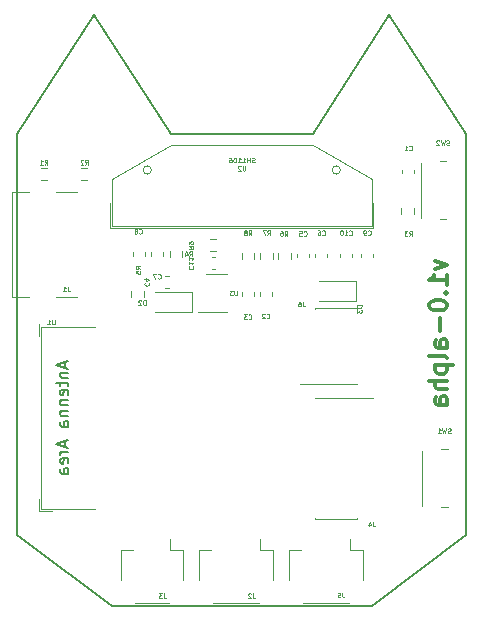
<source format=gbr>
%TF.GenerationSoftware,KiCad,Pcbnew,5.1.5+dfsg1-2build2*%
%TF.CreationDate,2022-05-20T22:28:17-07:00*%
%TF.ProjectId,v1.0-RubberNugget,76312e30-2d52-4756-9262-65724e756767,rev?*%
%TF.SameCoordinates,Original*%
%TF.FileFunction,Legend,Bot*%
%TF.FilePolarity,Positive*%
%FSLAX46Y46*%
G04 Gerber Fmt 4.6, Leading zero omitted, Abs format (unit mm)*
G04 Created by KiCad (PCBNEW 5.1.5+dfsg1-2build2) date 2022-05-20 22:28:17*
%MOMM*%
%LPD*%
G04 APERTURE LIST*
%ADD10C,0.300000*%
%TA.AperFunction,Profile*%
%ADD11C,0.200000*%
%TD*%
%ADD12C,0.100000*%
%ADD13C,0.120000*%
%ADD14C,0.060000*%
%ADD15C,0.150000*%
G04 APERTURE END LIST*
D10*
X16379071Y6242071D02*
X17379071Y5884928D01*
X16379071Y5527785D01*
X17379071Y4170642D02*
X17379071Y5027785D01*
X17379071Y4599214D02*
X15879071Y4599214D01*
X16093357Y4742071D01*
X16236214Y4884928D01*
X16307642Y5027785D01*
X17236214Y3527785D02*
X17307642Y3456357D01*
X17379071Y3527785D01*
X17307642Y3599214D01*
X17236214Y3527785D01*
X17379071Y3527785D01*
X15879071Y2527785D02*
X15879071Y2384928D01*
X15950500Y2242071D01*
X16021928Y2170642D01*
X16164785Y2099214D01*
X16450500Y2027785D01*
X16807642Y2027785D01*
X17093357Y2099214D01*
X17236214Y2170642D01*
X17307642Y2242071D01*
X17379071Y2384928D01*
X17379071Y2527785D01*
X17307642Y2670642D01*
X17236214Y2742071D01*
X17093357Y2813500D01*
X16807642Y2884928D01*
X16450500Y2884928D01*
X16164785Y2813500D01*
X16021928Y2742071D01*
X15950500Y2670642D01*
X15879071Y2527785D01*
X16807642Y1384928D02*
X16807642Y242071D01*
X17379071Y-1115071D02*
X16593357Y-1115071D01*
X16450500Y-1043642D01*
X16379071Y-900785D01*
X16379071Y-615071D01*
X16450500Y-472214D01*
X17307642Y-1115071D02*
X17379071Y-972214D01*
X17379071Y-615071D01*
X17307642Y-472214D01*
X17164785Y-400785D01*
X17021928Y-400785D01*
X16879071Y-472214D01*
X16807642Y-615071D01*
X16807642Y-972214D01*
X16736214Y-1115071D01*
X17379071Y-2043642D02*
X17307642Y-1900785D01*
X17164785Y-1829357D01*
X15879071Y-1829357D01*
X16379071Y-2615071D02*
X17879071Y-2615071D01*
X16450500Y-2615071D02*
X16379071Y-2757928D01*
X16379071Y-3043642D01*
X16450500Y-3186500D01*
X16521928Y-3257928D01*
X16664785Y-3329357D01*
X17093357Y-3329357D01*
X17236214Y-3257928D01*
X17307642Y-3186500D01*
X17379071Y-3043642D01*
X17379071Y-2757928D01*
X17307642Y-2615071D01*
X17379071Y-3972214D02*
X15879071Y-3972214D01*
X17379071Y-4615071D02*
X16593357Y-4615071D01*
X16450500Y-4543642D01*
X16379071Y-4400785D01*
X16379071Y-4186500D01*
X16450500Y-4043642D01*
X16521928Y-3972214D01*
X17379071Y-5972214D02*
X16593357Y-5972214D01*
X16450500Y-5900785D01*
X16379071Y-5757928D01*
X16379071Y-5472214D01*
X16450500Y-5329357D01*
X17307642Y-5972214D02*
X17379071Y-5829357D01*
X17379071Y-5472214D01*
X17307642Y-5329357D01*
X17164785Y-5257928D01*
X17021928Y-5257928D01*
X16879071Y-5329357D01*
X16807642Y-5472214D01*
X16807642Y-5829357D01*
X16736214Y-5972214D01*
D11*
X-19000000Y-17000000D02*
X-19000000Y17000000D01*
X-11000000Y-23000000D02*
X-19000000Y-17000000D01*
X11000000Y-23000000D02*
X-11000000Y-23000000D01*
X19000000Y-17000000D02*
X11000000Y-23000000D01*
X19000000Y17000000D02*
X19000000Y-17000000D01*
X12500000Y27000000D02*
X19000000Y17000000D01*
X6000000Y17000000D02*
X12500000Y27000000D01*
X-6000000Y17000000D02*
X6000000Y17000000D01*
X-12500000Y27000000D02*
X-6000000Y17000000D01*
X-19000000Y17000000D02*
X-12500000Y27000000D01*
D12*
%TO.C,U2*%
X-7650000Y13910000D02*
G75*
G03X-7650000Y13910000I-350000J0D01*
G01*
X8350000Y13910000D02*
G75*
G03X8350000Y13910000I-350000J0D01*
G01*
D13*
X-11150000Y9010000D02*
X-11150000Y11160000D01*
X11150000Y9010000D02*
X-11150000Y9010000D01*
X11150000Y11160000D02*
X11150000Y9010000D01*
D12*
X6000000Y16047000D02*
X-6000000Y16047000D01*
X-11000000Y13160000D02*
X-6000000Y16047000D01*
X-11000000Y9160000D02*
X-11000000Y13160000D01*
X11000000Y9160000D02*
X-11000000Y9160000D01*
X11000000Y13160000D02*
X6000000Y16047000D01*
X11000000Y9160000D02*
X11000000Y13160000D01*
D13*
%TO.C,C2*%
X2542000Y3575267D02*
X2542000Y3282733D01*
X1522000Y3575267D02*
X1522000Y3282733D01*
%TO.C,J3*%
X-6180000Y-22751000D02*
X-9060000Y-22751000D01*
X-10230000Y-18281000D02*
X-9180000Y-18281000D01*
X-10230000Y-20781000D02*
X-10230000Y-18281000D01*
X-6060000Y-18281000D02*
X-6060000Y-17291000D01*
X-5010000Y-18281000D02*
X-6060000Y-18281000D01*
X-5010000Y-20781000D02*
X-5010000Y-18281000D01*
%TO.C,U1*%
X-17149000Y888000D02*
X-17149000Y-162000D01*
X-17149000Y-14962000D02*
X-16099000Y-14962000D01*
X-17149000Y-13912000D02*
X-17149000Y-14962000D01*
X-16999000Y588000D02*
X-16999000Y-14812000D01*
X-16999000Y588000D02*
X-12399000Y588000D01*
X-16999000Y-14812000D02*
X-12399000Y-14812000D01*
%TO.C,J6*%
X6235000Y-4235000D02*
X9765000Y-4235000D01*
X6235000Y2235000D02*
X9765000Y2235000D01*
X4910000Y-4170000D02*
X6235000Y-4170000D01*
X6235000Y-4235000D02*
X6235000Y-4170000D01*
X9765000Y-4235000D02*
X9765000Y-4170000D01*
X6235000Y2170000D02*
X6235000Y2235000D01*
X9765000Y2170000D02*
X9765000Y2235000D01*
%TO.C,J5*%
X9052000Y-22751000D02*
X5172000Y-22751000D01*
X4002000Y-18281000D02*
X5052000Y-18281000D01*
X4002000Y-20781000D02*
X4002000Y-18281000D01*
X9172000Y-18281000D02*
X9172000Y-17291000D01*
X10222000Y-18281000D02*
X9172000Y-18281000D01*
X10222000Y-20781000D02*
X10222000Y-18281000D01*
%TO.C,J4*%
X6235000Y-15575000D02*
X6235000Y-15640000D01*
X9765000Y-15575000D02*
X9765000Y-15640000D01*
X6235000Y-5360000D02*
X6235000Y-5425000D01*
X9765000Y-5360000D02*
X9765000Y-5425000D01*
X11090000Y-5425000D02*
X9765000Y-5425000D01*
X9765000Y-15640000D02*
X6235000Y-15640000D01*
X9765000Y-5360000D02*
X6235000Y-5360000D01*
%TO.C,D2*%
X-4196000Y3580500D02*
X-7346000Y3580500D01*
X-4196000Y1880500D02*
X-7346000Y1880500D01*
X-4196000Y3580500D02*
X-4196000Y1880500D01*
%TO.C,R5*%
X-9349000Y3174276D02*
X-9349000Y3683724D01*
X-8304000Y3174276D02*
X-8304000Y3683724D01*
%TO.C,C1*%
X13523500Y13633233D02*
X13523500Y13925767D01*
X14543500Y13633233D02*
X14543500Y13925767D01*
%TO.C,R3*%
X13511000Y10222776D02*
X13511000Y10732224D01*
X14556000Y10222776D02*
X14556000Y10732224D01*
%TO.C,J1*%
X-13935000Y3150000D02*
X-15735000Y3150000D01*
X-19445000Y3150000D02*
X-17985000Y3150000D01*
X-19445000Y12090000D02*
X-17985000Y12090000D01*
X-13935000Y12090000D02*
X-15735000Y12090000D01*
X-19445000Y12090000D02*
X-19445000Y3150000D01*
%TO.C,U3*%
X-1259000Y1882500D02*
X-3709000Y1882500D01*
X-3059000Y5102500D02*
X-1259000Y5102500D01*
%TO.C,D3*%
X9710500Y4533000D02*
X9710500Y2833000D01*
X9710500Y2833000D02*
X6560500Y2833000D01*
X9710500Y4533000D02*
X6560500Y4533000D01*
%TO.C,J2*%
X1432000Y-22751000D02*
X-2448000Y-22751000D01*
X-3618000Y-18281000D02*
X-2568000Y-18281000D01*
X-3618000Y-20781000D02*
X-3618000Y-18281000D01*
X1552000Y-18281000D02*
X1552000Y-17291000D01*
X2602000Y-18281000D02*
X1552000Y-18281000D01*
X2602000Y-20781000D02*
X2602000Y-18281000D01*
%TO.C,SW2*%
X18868000Y10767000D02*
X18868000Y9842000D01*
X16743000Y14642000D02*
X17293000Y14642000D01*
X16743000Y9742000D02*
X17293000Y9742000D01*
X15168000Y14542000D02*
X15168000Y9842000D01*
X18868000Y14542000D02*
X18868000Y13617000D01*
%TO.C,SW1*%
X18995000Y-13617000D02*
X18995000Y-14542000D01*
X16870000Y-9742000D02*
X17420000Y-9742000D01*
X16870000Y-14642000D02*
X17420000Y-14642000D01*
X15295000Y-9842000D02*
X15295000Y-14542000D01*
X18995000Y-9842000D02*
X18995000Y-10767000D01*
%TO.C,R2*%
X-13589724Y14111500D02*
X-13080276Y14111500D01*
X-13589724Y13066500D02*
X-13080276Y13066500D01*
%TO.C,R1*%
X-17018724Y14111500D02*
X-16509276Y14111500D01*
X-17018724Y13066500D02*
X-16509276Y13066500D01*
%TO.C,R9*%
X-2667724Y7034000D02*
X-2158276Y7034000D01*
X-2667724Y8079000D02*
X-2158276Y8079000D01*
%TO.C,C7*%
X-7685500Y6648233D02*
X-7685500Y6940767D01*
X-6665500Y6648233D02*
X-6665500Y6940767D01*
%TO.C,R4*%
X-6110500Y7049224D02*
X-6110500Y6539776D01*
X-5065500Y7049224D02*
X-5065500Y6539776D01*
%TO.C,C4*%
X-6496267Y4955000D02*
X-6203733Y4955000D01*
X-6496267Y3935000D02*
X-6203733Y3935000D01*
%TO.C,C10*%
X8316500Y6813767D02*
X8316500Y6521233D01*
X9336500Y6813767D02*
X9336500Y6521233D01*
%TO.C,C9*%
X11114500Y6813767D02*
X11114500Y6521233D01*
X10094500Y6813767D02*
X10094500Y6521233D01*
%TO.C,C5*%
X5717000Y6813767D02*
X5717000Y6521233D01*
X4697000Y6813767D02*
X4697000Y6521233D01*
%TO.C,C11*%
X-2559267Y6542500D02*
X-2266733Y6542500D01*
X-2559267Y5522500D02*
X-2266733Y5522500D01*
%TO.C,C6*%
X6221000Y6813767D02*
X6221000Y6521233D01*
X7241000Y6813767D02*
X7241000Y6521233D01*
%TO.C,C3*%
X1018000Y3575267D02*
X1018000Y3282733D01*
X-2000Y3575267D02*
X-2000Y3282733D01*
%TO.C,R6*%
X4142000Y6922224D02*
X4142000Y6412776D01*
X3097000Y6922224D02*
X3097000Y6412776D01*
%TO.C,R7*%
X1560300Y6412776D02*
X1560300Y6922224D01*
X2605300Y6412776D02*
X2605300Y6922224D01*
%TO.C,R8*%
X1030500Y6412776D02*
X1030500Y6922224D01*
X-14500Y6412776D02*
X-14500Y6922224D01*
%TO.C,C8*%
X-9222200Y6648233D02*
X-9222200Y6940767D01*
X-8202200Y6648233D02*
X-8202200Y6940767D01*
%TD*%
%TO.C,U2*%
D14*
X304761Y14252547D02*
X304761Y13928738D01*
X285714Y13890642D01*
X266666Y13871595D01*
X228571Y13852547D01*
X152380Y13852547D01*
X114285Y13871595D01*
X95238Y13890642D01*
X76190Y13928738D01*
X76190Y14252547D01*
X-95238Y14214452D02*
X-114285Y14233500D01*
X-152380Y14252547D01*
X-247619Y14252547D01*
X-285714Y14233500D01*
X-304761Y14214452D01*
X-323809Y14176357D01*
X-323809Y14138261D01*
X-304761Y14081119D01*
X-76190Y13852547D01*
X-323809Y13852547D01*
X1085714Y14570095D02*
X1028571Y14551047D01*
X933333Y14551047D01*
X895238Y14570095D01*
X876190Y14589142D01*
X857142Y14627238D01*
X857142Y14665333D01*
X876190Y14703428D01*
X895238Y14722476D01*
X933333Y14741523D01*
X1009523Y14760571D01*
X1047619Y14779619D01*
X1066666Y14798666D01*
X1085714Y14836761D01*
X1085714Y14874857D01*
X1066666Y14912952D01*
X1047619Y14932000D01*
X1009523Y14951047D01*
X914285Y14951047D01*
X857142Y14932000D01*
X685714Y14551047D02*
X685714Y14951047D01*
X685714Y14760571D02*
X457142Y14760571D01*
X457142Y14551047D02*
X457142Y14951047D01*
X57142Y14551047D02*
X285714Y14551047D01*
X171428Y14551047D02*
X171428Y14951047D01*
X209523Y14893904D01*
X247619Y14855809D01*
X285714Y14836761D01*
X-323809Y14551047D02*
X-95238Y14551047D01*
X-209523Y14551047D02*
X-209523Y14951047D01*
X-171428Y14893904D01*
X-133333Y14855809D01*
X-95238Y14836761D01*
X-571428Y14951047D02*
X-609523Y14951047D01*
X-647619Y14932000D01*
X-666666Y14912952D01*
X-685714Y14874857D01*
X-704761Y14798666D01*
X-704761Y14703428D01*
X-685714Y14627238D01*
X-666666Y14589142D01*
X-647619Y14570095D01*
X-609523Y14551047D01*
X-571428Y14551047D01*
X-533333Y14570095D01*
X-514285Y14589142D01*
X-495238Y14627238D01*
X-476190Y14703428D01*
X-476190Y14798666D01*
X-495238Y14874857D01*
X-514285Y14912952D01*
X-533333Y14932000D01*
X-571428Y14951047D01*
X-1047619Y14951047D02*
X-971428Y14951047D01*
X-933333Y14932000D01*
X-914285Y14912952D01*
X-876190Y14855809D01*
X-857142Y14779619D01*
X-857142Y14627238D01*
X-876190Y14589142D01*
X-895238Y14570095D01*
X-933333Y14551047D01*
X-1009523Y14551047D01*
X-1047619Y14570095D01*
X-1066666Y14589142D01*
X-1085714Y14627238D01*
X-1085714Y14722476D01*
X-1066666Y14760571D01*
X-1047619Y14779619D01*
X-1009523Y14798666D01*
X-933333Y14798666D01*
X-895238Y14779619D01*
X-876190Y14760571D01*
X-857142Y14722476D01*
%TO.C,C2*%
X2098666Y1381142D02*
X2117714Y1362095D01*
X2174857Y1343047D01*
X2212952Y1343047D01*
X2270095Y1362095D01*
X2308190Y1400190D01*
X2327238Y1438285D01*
X2346285Y1514476D01*
X2346285Y1571619D01*
X2327238Y1647809D01*
X2308190Y1685904D01*
X2270095Y1724000D01*
X2212952Y1743047D01*
X2174857Y1743047D01*
X2117714Y1724000D01*
X2098666Y1704952D01*
X1946285Y1704952D02*
X1927238Y1724000D01*
X1889142Y1743047D01*
X1793904Y1743047D01*
X1755809Y1724000D01*
X1736761Y1704952D01*
X1717714Y1666857D01*
X1717714Y1628761D01*
X1736761Y1571619D01*
X1965333Y1343047D01*
X1717714Y1343047D01*
%TO.C,J3*%
X-6597666Y-21942452D02*
X-6597666Y-22228166D01*
X-6578619Y-22285309D01*
X-6540523Y-22323404D01*
X-6483380Y-22342452D01*
X-6445285Y-22342452D01*
X-6750047Y-21942452D02*
X-6997666Y-21942452D01*
X-6864333Y-22094833D01*
X-6921476Y-22094833D01*
X-6959571Y-22113880D01*
X-6978619Y-22132928D01*
X-6997666Y-22171023D01*
X-6997666Y-22266261D01*
X-6978619Y-22304357D01*
X-6959571Y-22323404D01*
X-6921476Y-22342452D01*
X-6807190Y-22342452D01*
X-6769095Y-22323404D01*
X-6750047Y-22304357D01*
%TO.C,U1*%
X-15824238Y1235047D02*
X-15824238Y911238D01*
X-15843285Y873142D01*
X-15862333Y854095D01*
X-15900428Y835047D01*
X-15976619Y835047D01*
X-16014714Y854095D01*
X-16033761Y873142D01*
X-16052809Y911238D01*
X-16052809Y1235047D01*
X-16452809Y835047D02*
X-16224238Y835047D01*
X-16338523Y835047D02*
X-16338523Y1235047D01*
X-16300428Y1177904D01*
X-16262333Y1139809D01*
X-16224238Y1120761D01*
D15*
X-14982333Y-2350095D02*
X-14982333Y-2826285D01*
X-14696619Y-2254857D02*
X-15696619Y-2588190D01*
X-14696619Y-2921523D01*
X-15363285Y-3254857D02*
X-14696619Y-3254857D01*
X-15268047Y-3254857D02*
X-15315666Y-3302476D01*
X-15363285Y-3397714D01*
X-15363285Y-3540571D01*
X-15315666Y-3635809D01*
X-15220428Y-3683428D01*
X-14696619Y-3683428D01*
X-15363285Y-4016761D02*
X-15363285Y-4397714D01*
X-15696619Y-4159619D02*
X-14839476Y-4159619D01*
X-14744238Y-4207238D01*
X-14696619Y-4302476D01*
X-14696619Y-4397714D01*
X-14744238Y-5111999D02*
X-14696619Y-5016761D01*
X-14696619Y-4826285D01*
X-14744238Y-4731047D01*
X-14839476Y-4683428D01*
X-15220428Y-4683428D01*
X-15315666Y-4731047D01*
X-15363285Y-4826285D01*
X-15363285Y-5016761D01*
X-15315666Y-5111999D01*
X-15220428Y-5159619D01*
X-15125190Y-5159619D01*
X-15029952Y-4683428D01*
X-15363285Y-5588190D02*
X-14696619Y-5588190D01*
X-15268047Y-5588190D02*
X-15315666Y-5635809D01*
X-15363285Y-5731047D01*
X-15363285Y-5873904D01*
X-15315666Y-5969142D01*
X-15220428Y-6016761D01*
X-14696619Y-6016761D01*
X-15363285Y-6492952D02*
X-14696619Y-6492952D01*
X-15268047Y-6492952D02*
X-15315666Y-6540571D01*
X-15363285Y-6635809D01*
X-15363285Y-6778666D01*
X-15315666Y-6873904D01*
X-15220428Y-6921523D01*
X-14696619Y-6921523D01*
X-14696619Y-7826285D02*
X-15220428Y-7826285D01*
X-15315666Y-7778666D01*
X-15363285Y-7683428D01*
X-15363285Y-7492952D01*
X-15315666Y-7397714D01*
X-14744238Y-7826285D02*
X-14696619Y-7731047D01*
X-14696619Y-7492952D01*
X-14744238Y-7397714D01*
X-14839476Y-7350095D01*
X-14934714Y-7350095D01*
X-15029952Y-7397714D01*
X-15077571Y-7492952D01*
X-15077571Y-7731047D01*
X-15125190Y-7826285D01*
X-14982333Y-9016761D02*
X-14982333Y-9492952D01*
X-14696619Y-8921523D02*
X-15696619Y-9254857D01*
X-14696619Y-9588190D01*
X-14696619Y-9921523D02*
X-15363285Y-9921523D01*
X-15172809Y-9921523D02*
X-15268047Y-9969142D01*
X-15315666Y-10016761D01*
X-15363285Y-10112000D01*
X-15363285Y-10207238D01*
X-14744238Y-10921523D02*
X-14696619Y-10826285D01*
X-14696619Y-10635809D01*
X-14744238Y-10540571D01*
X-14839476Y-10492952D01*
X-15220428Y-10492952D01*
X-15315666Y-10540571D01*
X-15363285Y-10635809D01*
X-15363285Y-10826285D01*
X-15315666Y-10921523D01*
X-15220428Y-10969142D01*
X-15125190Y-10969142D01*
X-15029952Y-10492952D01*
X-14696619Y-11826285D02*
X-15220428Y-11826285D01*
X-15315666Y-11778666D01*
X-15363285Y-11683428D01*
X-15363285Y-11492952D01*
X-15315666Y-11397714D01*
X-14744238Y-11826285D02*
X-14696619Y-11731047D01*
X-14696619Y-11492952D01*
X-14744238Y-11397714D01*
X-14839476Y-11350095D01*
X-14934714Y-11350095D01*
X-15029952Y-11397714D01*
X-15077571Y-11492952D01*
X-15077571Y-11731047D01*
X-15125190Y-11826285D01*
%TO.C,J6*%
D14*
X5167333Y2775047D02*
X5167333Y2489333D01*
X5186380Y2432190D01*
X5224476Y2394095D01*
X5281619Y2375047D01*
X5319714Y2375047D01*
X4805428Y2775047D02*
X4881619Y2775047D01*
X4919714Y2756000D01*
X4938761Y2736952D01*
X4976857Y2679809D01*
X4995904Y2603619D01*
X4995904Y2451238D01*
X4976857Y2413142D01*
X4957809Y2394095D01*
X4919714Y2375047D01*
X4843523Y2375047D01*
X4805428Y2394095D01*
X4786380Y2413142D01*
X4767333Y2451238D01*
X4767333Y2546476D01*
X4786380Y2584571D01*
X4805428Y2603619D01*
X4843523Y2622666D01*
X4919714Y2622666D01*
X4957809Y2603619D01*
X4976857Y2584571D01*
X4995904Y2546476D01*
%TO.C,J5*%
X8515333Y-21878952D02*
X8515333Y-22164666D01*
X8534380Y-22221809D01*
X8572476Y-22259904D01*
X8629619Y-22278952D01*
X8667714Y-22278952D01*
X8134380Y-21878952D02*
X8324857Y-21878952D01*
X8343904Y-22069428D01*
X8324857Y-22050380D01*
X8286761Y-22031333D01*
X8191523Y-22031333D01*
X8153428Y-22050380D01*
X8134380Y-22069428D01*
X8115333Y-22107523D01*
X8115333Y-22202761D01*
X8134380Y-22240857D01*
X8153428Y-22259904D01*
X8191523Y-22278952D01*
X8286761Y-22278952D01*
X8324857Y-22259904D01*
X8343904Y-22240857D01*
%TO.C,J4*%
X11099333Y-15868952D02*
X11099333Y-16154666D01*
X11118380Y-16211809D01*
X11156476Y-16249904D01*
X11213619Y-16268952D01*
X11251714Y-16268952D01*
X10737428Y-16002285D02*
X10737428Y-16268952D01*
X10832666Y-15849904D02*
X10927904Y-16135619D01*
X10680285Y-16135619D01*
%TO.C,D2*%
X-8150261Y2486047D02*
X-8150261Y2886047D01*
X-8245500Y2886047D01*
X-8302642Y2867000D01*
X-8340738Y2828904D01*
X-8359785Y2790809D01*
X-8378833Y2714619D01*
X-8378833Y2657476D01*
X-8359785Y2581285D01*
X-8340738Y2543190D01*
X-8302642Y2505095D01*
X-8245500Y2486047D01*
X-8150261Y2486047D01*
X-8531214Y2847952D02*
X-8550261Y2867000D01*
X-8588357Y2886047D01*
X-8683595Y2886047D01*
X-8721690Y2867000D01*
X-8740738Y2847952D01*
X-8759785Y2809857D01*
X-8759785Y2771761D01*
X-8740738Y2714619D01*
X-8512166Y2486047D01*
X-8759785Y2486047D01*
%TO.C,R5*%
X-8582047Y5527666D02*
X-8772523Y5661000D01*
X-8582047Y5756238D02*
X-8982047Y5756238D01*
X-8982047Y5603857D01*
X-8963000Y5565761D01*
X-8943952Y5546714D01*
X-8905857Y5527666D01*
X-8848714Y5527666D01*
X-8810619Y5546714D01*
X-8791571Y5565761D01*
X-8772523Y5603857D01*
X-8772523Y5756238D01*
X-8982047Y5165761D02*
X-8982047Y5356238D01*
X-8791571Y5375285D01*
X-8810619Y5356238D01*
X-8829666Y5318142D01*
X-8829666Y5222904D01*
X-8810619Y5184809D01*
X-8791571Y5165761D01*
X-8753476Y5146714D01*
X-8658238Y5146714D01*
X-8620142Y5165761D01*
X-8601095Y5184809D01*
X-8582047Y5222904D01*
X-8582047Y5318142D01*
X-8601095Y5356238D01*
X-8620142Y5375285D01*
%TO.C,C1*%
X14163666Y15605142D02*
X14182714Y15586095D01*
X14239857Y15567047D01*
X14277952Y15567047D01*
X14335095Y15586095D01*
X14373190Y15624190D01*
X14392238Y15662285D01*
X14411285Y15738476D01*
X14411285Y15795619D01*
X14392238Y15871809D01*
X14373190Y15909904D01*
X14335095Y15948000D01*
X14277952Y15967047D01*
X14239857Y15967047D01*
X14182714Y15948000D01*
X14163666Y15928952D01*
X13782714Y15567047D02*
X14011285Y15567047D01*
X13897000Y15567047D02*
X13897000Y15967047D01*
X13935095Y15909904D01*
X13973190Y15871809D01*
X14011285Y15852761D01*
%TO.C,R3*%
X14163666Y8328047D02*
X14297000Y8518523D01*
X14392238Y8328047D02*
X14392238Y8728047D01*
X14239857Y8728047D01*
X14201761Y8709000D01*
X14182714Y8689952D01*
X14163666Y8651857D01*
X14163666Y8594714D01*
X14182714Y8556619D01*
X14201761Y8537571D01*
X14239857Y8518523D01*
X14392238Y8518523D01*
X14030333Y8728047D02*
X13782714Y8728047D01*
X13916047Y8575666D01*
X13858904Y8575666D01*
X13820809Y8556619D01*
X13801761Y8537571D01*
X13782714Y8499476D01*
X13782714Y8404238D01*
X13801761Y8366142D01*
X13820809Y8347095D01*
X13858904Y8328047D01*
X13973190Y8328047D01*
X14011285Y8347095D01*
X14030333Y8366142D01*
%TO.C,J1*%
X-14725666Y4029047D02*
X-14725666Y3743333D01*
X-14706619Y3686190D01*
X-14668523Y3648095D01*
X-14611380Y3629047D01*
X-14573285Y3629047D01*
X-15125666Y3629047D02*
X-14897095Y3629047D01*
X-15011380Y3629047D02*
X-15011380Y4029047D01*
X-14973285Y3971904D01*
X-14935190Y3933809D01*
X-14897095Y3914761D01*
%TO.C,U3*%
X-393738Y3709047D02*
X-393738Y3385238D01*
X-412785Y3347142D01*
X-431833Y3328095D01*
X-469928Y3309047D01*
X-546119Y3309047D01*
X-584214Y3328095D01*
X-603261Y3347142D01*
X-622309Y3385238D01*
X-622309Y3709047D01*
X-774690Y3709047D02*
X-1022309Y3709047D01*
X-888976Y3556666D01*
X-946119Y3556666D01*
X-984214Y3537619D01*
X-1003261Y3518571D01*
X-1022309Y3480476D01*
X-1022309Y3385238D01*
X-1003261Y3347142D01*
X-984214Y3328095D01*
X-946119Y3309047D01*
X-831833Y3309047D01*
X-793738Y3328095D01*
X-774690Y3347142D01*
%TO.C,D3*%
X10150452Y2454238D02*
X9750452Y2454238D01*
X9750452Y2359000D01*
X9769500Y2301857D01*
X9807595Y2263761D01*
X9845690Y2244714D01*
X9921880Y2225666D01*
X9979023Y2225666D01*
X10055214Y2244714D01*
X10093309Y2263761D01*
X10131404Y2301857D01*
X10150452Y2359000D01*
X10150452Y2454238D01*
X9750452Y2092333D02*
X9750452Y1844714D01*
X9902833Y1978047D01*
X9902833Y1920904D01*
X9921880Y1882809D01*
X9940928Y1863761D01*
X9979023Y1844714D01*
X10074261Y1844714D01*
X10112357Y1863761D01*
X10131404Y1882809D01*
X10150452Y1920904D01*
X10150452Y2035190D01*
X10131404Y2073285D01*
X10112357Y2092333D01*
%TO.C,J2*%
X958833Y-21942452D02*
X958833Y-22228166D01*
X977880Y-22285309D01*
X1015976Y-22323404D01*
X1073119Y-22342452D01*
X1111214Y-22342452D01*
X787404Y-21980547D02*
X768357Y-21961500D01*
X730261Y-21942452D01*
X635023Y-21942452D01*
X596928Y-21961500D01*
X577880Y-21980547D01*
X558833Y-22018642D01*
X558833Y-22056738D01*
X577880Y-22113880D01*
X806452Y-22342452D01*
X558833Y-22342452D01*
%TO.C,SW2*%
X17551333Y16030595D02*
X17494190Y16011547D01*
X17398952Y16011547D01*
X17360857Y16030595D01*
X17341809Y16049642D01*
X17322761Y16087738D01*
X17322761Y16125833D01*
X17341809Y16163928D01*
X17360857Y16182976D01*
X17398952Y16202023D01*
X17475142Y16221071D01*
X17513238Y16240119D01*
X17532285Y16259166D01*
X17551333Y16297261D01*
X17551333Y16335357D01*
X17532285Y16373452D01*
X17513238Y16392500D01*
X17475142Y16411547D01*
X17379904Y16411547D01*
X17322761Y16392500D01*
X17189428Y16411547D02*
X17094190Y16011547D01*
X17018000Y16297261D01*
X16941809Y16011547D01*
X16846571Y16411547D01*
X16713238Y16373452D02*
X16694190Y16392500D01*
X16656095Y16411547D01*
X16560857Y16411547D01*
X16522761Y16392500D01*
X16503714Y16373452D01*
X16484666Y16335357D01*
X16484666Y16297261D01*
X16503714Y16240119D01*
X16732285Y16011547D01*
X16484666Y16011547D01*
%TO.C,SW1*%
X17678333Y-8353404D02*
X17621190Y-8372452D01*
X17525952Y-8372452D01*
X17487857Y-8353404D01*
X17468809Y-8334357D01*
X17449761Y-8296261D01*
X17449761Y-8258166D01*
X17468809Y-8220071D01*
X17487857Y-8201023D01*
X17525952Y-8181976D01*
X17602142Y-8162928D01*
X17640238Y-8143880D01*
X17659285Y-8124833D01*
X17678333Y-8086738D01*
X17678333Y-8048642D01*
X17659285Y-8010547D01*
X17640238Y-7991500D01*
X17602142Y-7972452D01*
X17506904Y-7972452D01*
X17449761Y-7991500D01*
X17316428Y-7972452D02*
X17221190Y-8372452D01*
X17145000Y-8086738D01*
X17068809Y-8372452D01*
X16973571Y-7972452D01*
X16611666Y-8372452D02*
X16840238Y-8372452D01*
X16725952Y-8372452D02*
X16725952Y-7972452D01*
X16764047Y-8029595D01*
X16802142Y-8067690D01*
X16840238Y-8086738D01*
%TO.C,R2*%
X-13268333Y14360547D02*
X-13135000Y14551023D01*
X-13039761Y14360547D02*
X-13039761Y14760547D01*
X-13192142Y14760547D01*
X-13230238Y14741500D01*
X-13249285Y14722452D01*
X-13268333Y14684357D01*
X-13268333Y14627214D01*
X-13249285Y14589119D01*
X-13230238Y14570071D01*
X-13192142Y14551023D01*
X-13039761Y14551023D01*
X-13420714Y14722452D02*
X-13439761Y14741500D01*
X-13477857Y14760547D01*
X-13573095Y14760547D01*
X-13611190Y14741500D01*
X-13630238Y14722452D01*
X-13649285Y14684357D01*
X-13649285Y14646261D01*
X-13630238Y14589119D01*
X-13401666Y14360547D01*
X-13649285Y14360547D01*
%TO.C,R1*%
X-16697333Y14360547D02*
X-16564000Y14551023D01*
X-16468761Y14360547D02*
X-16468761Y14760547D01*
X-16621142Y14760547D01*
X-16659238Y14741500D01*
X-16678285Y14722452D01*
X-16697333Y14684357D01*
X-16697333Y14627214D01*
X-16678285Y14589119D01*
X-16659238Y14570071D01*
X-16621142Y14551023D01*
X-16468761Y14551023D01*
X-17078285Y14360547D02*
X-16849714Y14360547D01*
X-16964000Y14360547D02*
X-16964000Y14760547D01*
X-16925904Y14703404D01*
X-16887809Y14665309D01*
X-16849714Y14646261D01*
%TO.C,R9*%
X-4498952Y7489833D02*
X-4308476Y7356500D01*
X-4498952Y7261261D02*
X-4098952Y7261261D01*
X-4098952Y7413642D01*
X-4118000Y7451738D01*
X-4137047Y7470785D01*
X-4175142Y7489833D01*
X-4232285Y7489833D01*
X-4270380Y7470785D01*
X-4289428Y7451738D01*
X-4308476Y7413642D01*
X-4308476Y7261261D01*
X-4498952Y7680309D02*
X-4498952Y7756500D01*
X-4479904Y7794595D01*
X-4460857Y7813642D01*
X-4403714Y7851738D01*
X-4327523Y7870785D01*
X-4175142Y7870785D01*
X-4137047Y7851738D01*
X-4118000Y7832690D01*
X-4098952Y7794595D01*
X-4098952Y7718404D01*
X-4118000Y7680309D01*
X-4137047Y7661261D01*
X-4175142Y7642214D01*
X-4270380Y7642214D01*
X-4308476Y7661261D01*
X-4327523Y7680309D01*
X-4346571Y7718404D01*
X-4346571Y7794595D01*
X-4327523Y7832690D01*
X-4308476Y7851738D01*
X-4270380Y7870785D01*
%TO.C,C7*%
X-7108833Y4746642D02*
X-7089785Y4727595D01*
X-7032642Y4708547D01*
X-6994547Y4708547D01*
X-6937404Y4727595D01*
X-6899309Y4765690D01*
X-6880261Y4803785D01*
X-6861214Y4879976D01*
X-6861214Y4937119D01*
X-6880261Y5013309D01*
X-6899309Y5051404D01*
X-6937404Y5089500D01*
X-6994547Y5108547D01*
X-7032642Y5108547D01*
X-7089785Y5089500D01*
X-7108833Y5070452D01*
X-7242166Y5108547D02*
X-7508833Y5108547D01*
X-7337404Y4708547D01*
%TO.C,R4*%
X-4441833Y6613547D02*
X-4308500Y6804023D01*
X-4213261Y6613547D02*
X-4213261Y7013547D01*
X-4365642Y7013547D01*
X-4403738Y6994500D01*
X-4422785Y6975452D01*
X-4441833Y6937357D01*
X-4441833Y6880214D01*
X-4422785Y6842119D01*
X-4403738Y6823071D01*
X-4365642Y6804023D01*
X-4213261Y6804023D01*
X-4784690Y6880214D02*
X-4784690Y6613547D01*
X-4689452Y7032595D02*
X-4594214Y6746880D01*
X-4841833Y6746880D01*
%TO.C,C4*%
X-8207357Y4378333D02*
X-8226404Y4359285D01*
X-8245452Y4302142D01*
X-8245452Y4264047D01*
X-8226404Y4206904D01*
X-8188309Y4168809D01*
X-8150214Y4149761D01*
X-8074023Y4130714D01*
X-8016880Y4130714D01*
X-7940690Y4149761D01*
X-7902595Y4168809D01*
X-7864500Y4206904D01*
X-7845452Y4264047D01*
X-7845452Y4302142D01*
X-7864500Y4359285D01*
X-7883547Y4378333D01*
X-7978785Y4721190D02*
X-8245452Y4721190D01*
X-7826404Y4625952D02*
X-8112119Y4530714D01*
X-8112119Y4778333D01*
%TO.C,C10*%
X9083642Y8429642D02*
X9102690Y8410595D01*
X9159833Y8391547D01*
X9197928Y8391547D01*
X9255071Y8410595D01*
X9293166Y8448690D01*
X9312214Y8486785D01*
X9331261Y8562976D01*
X9331261Y8620119D01*
X9312214Y8696309D01*
X9293166Y8734404D01*
X9255071Y8772500D01*
X9197928Y8791547D01*
X9159833Y8791547D01*
X9102690Y8772500D01*
X9083642Y8753452D01*
X8702690Y8391547D02*
X8931261Y8391547D01*
X8816976Y8391547D02*
X8816976Y8791547D01*
X8855071Y8734404D01*
X8893166Y8696309D01*
X8931261Y8677261D01*
X8455071Y8791547D02*
X8416976Y8791547D01*
X8378880Y8772500D01*
X8359833Y8753452D01*
X8340785Y8715357D01*
X8321738Y8639166D01*
X8321738Y8543928D01*
X8340785Y8467738D01*
X8359833Y8429642D01*
X8378880Y8410595D01*
X8416976Y8391547D01*
X8455071Y8391547D01*
X8493166Y8410595D01*
X8512214Y8429642D01*
X8531261Y8467738D01*
X8550309Y8543928D01*
X8550309Y8639166D01*
X8531261Y8715357D01*
X8512214Y8753452D01*
X8493166Y8772500D01*
X8455071Y8791547D01*
%TO.C,C9*%
X10683866Y8442342D02*
X10702914Y8423295D01*
X10760057Y8404247D01*
X10798152Y8404247D01*
X10855295Y8423295D01*
X10893390Y8461390D01*
X10912438Y8499485D01*
X10931485Y8575676D01*
X10931485Y8632819D01*
X10912438Y8709009D01*
X10893390Y8747104D01*
X10855295Y8785200D01*
X10798152Y8804247D01*
X10760057Y8804247D01*
X10702914Y8785200D01*
X10683866Y8766152D01*
X10493390Y8404247D02*
X10417200Y8404247D01*
X10379104Y8423295D01*
X10360057Y8442342D01*
X10321961Y8499485D01*
X10302914Y8575676D01*
X10302914Y8728057D01*
X10321961Y8766152D01*
X10341009Y8785200D01*
X10379104Y8804247D01*
X10455295Y8804247D01*
X10493390Y8785200D01*
X10512438Y8766152D01*
X10531485Y8728057D01*
X10531485Y8632819D01*
X10512438Y8594723D01*
X10493390Y8575676D01*
X10455295Y8556628D01*
X10379104Y8556628D01*
X10341009Y8575676D01*
X10321961Y8594723D01*
X10302914Y8632819D01*
%TO.C,C5*%
X5235566Y8366142D02*
X5254614Y8347095D01*
X5311757Y8328047D01*
X5349852Y8328047D01*
X5406995Y8347095D01*
X5445090Y8385190D01*
X5464138Y8423285D01*
X5483185Y8499476D01*
X5483185Y8556619D01*
X5464138Y8632809D01*
X5445090Y8670904D01*
X5406995Y8709000D01*
X5349852Y8728047D01*
X5311757Y8728047D01*
X5254614Y8709000D01*
X5235566Y8689952D01*
X4873661Y8728047D02*
X5064138Y8728047D01*
X5083185Y8537571D01*
X5064138Y8556619D01*
X5026042Y8575666D01*
X4930804Y8575666D01*
X4892709Y8556619D01*
X4873661Y8537571D01*
X4854614Y8499476D01*
X4854614Y8404238D01*
X4873661Y8366142D01*
X4892709Y8347095D01*
X4930804Y8328047D01*
X5026042Y8328047D01*
X5064138Y8347095D01*
X5083185Y8366142D01*
%TO.C,C11*%
X-4460857Y5775357D02*
X-4479904Y5756309D01*
X-4498952Y5699166D01*
X-4498952Y5661071D01*
X-4479904Y5603928D01*
X-4441809Y5565833D01*
X-4403714Y5546785D01*
X-4327523Y5527738D01*
X-4270380Y5527738D01*
X-4194190Y5546785D01*
X-4156095Y5565833D01*
X-4118000Y5603928D01*
X-4098952Y5661071D01*
X-4098952Y5699166D01*
X-4118000Y5756309D01*
X-4137047Y5775357D01*
X-4498952Y6156309D02*
X-4498952Y5927738D01*
X-4498952Y6042023D02*
X-4098952Y6042023D01*
X-4156095Y6003928D01*
X-4194190Y5965833D01*
X-4213238Y5927738D01*
X-4498952Y6537261D02*
X-4498952Y6308690D01*
X-4498952Y6422976D02*
X-4098952Y6422976D01*
X-4156095Y6384880D01*
X-4194190Y6346785D01*
X-4213238Y6308690D01*
%TO.C,C6*%
X6810366Y8429642D02*
X6829414Y8410595D01*
X6886557Y8391547D01*
X6924652Y8391547D01*
X6981795Y8410595D01*
X7019890Y8448690D01*
X7038938Y8486785D01*
X7057985Y8562976D01*
X7057985Y8620119D01*
X7038938Y8696309D01*
X7019890Y8734404D01*
X6981795Y8772500D01*
X6924652Y8791547D01*
X6886557Y8791547D01*
X6829414Y8772500D01*
X6810366Y8753452D01*
X6467509Y8791547D02*
X6543700Y8791547D01*
X6581795Y8772500D01*
X6600842Y8753452D01*
X6638938Y8696309D01*
X6657985Y8620119D01*
X6657985Y8467738D01*
X6638938Y8429642D01*
X6619890Y8410595D01*
X6581795Y8391547D01*
X6505604Y8391547D01*
X6467509Y8410595D01*
X6448461Y8429642D01*
X6429414Y8467738D01*
X6429414Y8562976D01*
X6448461Y8601071D01*
X6467509Y8620119D01*
X6505604Y8639166D01*
X6581795Y8639166D01*
X6619890Y8620119D01*
X6638938Y8601071D01*
X6657985Y8562976D01*
%TO.C,C3*%
X574666Y1317642D02*
X593714Y1298595D01*
X650857Y1279547D01*
X688952Y1279547D01*
X746095Y1298595D01*
X784190Y1336690D01*
X803238Y1374785D01*
X822285Y1450976D01*
X822285Y1508119D01*
X803238Y1584309D01*
X784190Y1622404D01*
X746095Y1660500D01*
X688952Y1679547D01*
X650857Y1679547D01*
X593714Y1660500D01*
X574666Y1641452D01*
X441333Y1679547D02*
X193714Y1679547D01*
X327047Y1527166D01*
X269904Y1527166D01*
X231809Y1508119D01*
X212761Y1489071D01*
X193714Y1450976D01*
X193714Y1355738D01*
X212761Y1317642D01*
X231809Y1298595D01*
X269904Y1279547D01*
X384190Y1279547D01*
X422285Y1298595D01*
X441333Y1317642D01*
%TO.C,R6*%
X3622666Y8342647D02*
X3756000Y8533123D01*
X3851238Y8342647D02*
X3851238Y8742647D01*
X3698857Y8742647D01*
X3660761Y8723600D01*
X3641714Y8704552D01*
X3622666Y8666457D01*
X3622666Y8609314D01*
X3641714Y8571219D01*
X3660761Y8552171D01*
X3698857Y8533123D01*
X3851238Y8533123D01*
X3279809Y8742647D02*
X3356000Y8742647D01*
X3394095Y8723600D01*
X3413142Y8704552D01*
X3451238Y8647409D01*
X3470285Y8571219D01*
X3470285Y8418838D01*
X3451238Y8380742D01*
X3432190Y8361695D01*
X3394095Y8342647D01*
X3317904Y8342647D01*
X3279809Y8361695D01*
X3260761Y8380742D01*
X3241714Y8418838D01*
X3241714Y8514076D01*
X3260761Y8552171D01*
X3279809Y8571219D01*
X3317904Y8590266D01*
X3394095Y8590266D01*
X3432190Y8571219D01*
X3451238Y8552171D01*
X3470285Y8514076D01*
%TO.C,R7*%
X2162166Y8391547D02*
X2295500Y8582023D01*
X2390738Y8391547D02*
X2390738Y8791547D01*
X2238357Y8791547D01*
X2200261Y8772500D01*
X2181214Y8753452D01*
X2162166Y8715357D01*
X2162166Y8658214D01*
X2181214Y8620119D01*
X2200261Y8601071D01*
X2238357Y8582023D01*
X2390738Y8582023D01*
X2028833Y8791547D02*
X1762166Y8791547D01*
X1933595Y8391547D01*
%TO.C,R8*%
X574666Y8391547D02*
X708000Y8582023D01*
X803238Y8391547D02*
X803238Y8791547D01*
X650857Y8791547D01*
X612761Y8772500D01*
X593714Y8753452D01*
X574666Y8715357D01*
X574666Y8658214D01*
X593714Y8620119D01*
X612761Y8601071D01*
X650857Y8582023D01*
X803238Y8582023D01*
X346095Y8620119D02*
X384190Y8639166D01*
X403238Y8658214D01*
X422285Y8696309D01*
X422285Y8715357D01*
X403238Y8753452D01*
X384190Y8772500D01*
X346095Y8791547D01*
X269904Y8791547D01*
X231809Y8772500D01*
X212761Y8753452D01*
X193714Y8715357D01*
X193714Y8696309D01*
X212761Y8658214D01*
X231809Y8639166D01*
X269904Y8620119D01*
X346095Y8620119D01*
X384190Y8601071D01*
X403238Y8582023D01*
X422285Y8543928D01*
X422285Y8467738D01*
X403238Y8429642D01*
X384190Y8410595D01*
X346095Y8391547D01*
X269904Y8391547D01*
X231809Y8410595D01*
X212761Y8429642D01*
X193714Y8467738D01*
X193714Y8543928D01*
X212761Y8582023D01*
X231809Y8601071D01*
X269904Y8620119D01*
%TO.C,C8*%
X-8696333Y8556642D02*
X-8677285Y8537595D01*
X-8620142Y8518547D01*
X-8582047Y8518547D01*
X-8524904Y8537595D01*
X-8486809Y8575690D01*
X-8467761Y8613785D01*
X-8448714Y8689976D01*
X-8448714Y8747119D01*
X-8467761Y8823309D01*
X-8486809Y8861404D01*
X-8524904Y8899500D01*
X-8582047Y8918547D01*
X-8620142Y8918547D01*
X-8677285Y8899500D01*
X-8696333Y8880452D01*
X-8924904Y8747119D02*
X-8886809Y8766166D01*
X-8867761Y8785214D01*
X-8848714Y8823309D01*
X-8848714Y8842357D01*
X-8867761Y8880452D01*
X-8886809Y8899500D01*
X-8924904Y8918547D01*
X-9001095Y8918547D01*
X-9039190Y8899500D01*
X-9058238Y8880452D01*
X-9077285Y8842357D01*
X-9077285Y8823309D01*
X-9058238Y8785214D01*
X-9039190Y8766166D01*
X-9001095Y8747119D01*
X-8924904Y8747119D01*
X-8886809Y8728071D01*
X-8867761Y8709023D01*
X-8848714Y8670928D01*
X-8848714Y8594738D01*
X-8867761Y8556642D01*
X-8886809Y8537595D01*
X-8924904Y8518547D01*
X-9001095Y8518547D01*
X-9039190Y8537595D01*
X-9058238Y8556642D01*
X-9077285Y8594738D01*
X-9077285Y8670928D01*
X-9058238Y8709023D01*
X-9039190Y8728071D01*
X-9001095Y8747119D01*
%TD*%
M02*

</source>
